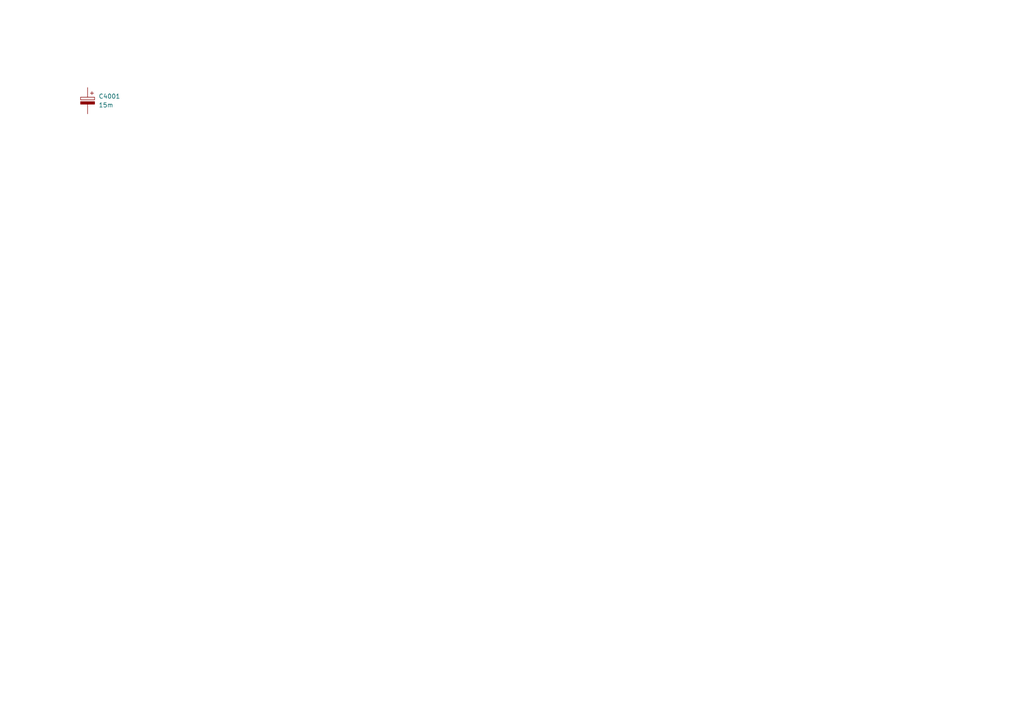
<source format=kicad_sch>
(kicad_sch
	(version 20250114)
	(generator "eeschema")
	(generator_version "9.0")
	(uuid "88bd52fa-6548-438b-a73d-2c573bb43cc3")
	(paper "A4")
	(title_block
		(title "Capacitors")
		(date "2025-02-13")
		(comment 1 "-")
		(comment 2 "-")
	)
	(lib_symbols
		(symbol "lily_symbols:cap_elec_15m_50V_20%_rad_35x52mm_th"
			(pin_numbers
				(hide yes)
			)
			(pin_names
				(offset 0)
				(hide yes)
			)
			(exclude_from_sim no)
			(in_bom yes)
			(on_board yes)
			(property "Reference" "C"
				(at 3.175 -2.54 0)
				(effects
					(font
						(size 1.27 1.27)
					)
					(justify left)
				)
			)
			(property "Value" "15m"
				(at 3.175 -5.08 0)
				(effects
					(font
						(size 1.27 1.27)
					)
					(justify left)
				)
			)
			(property "Footprint" "lily_footprints:cap_elec_rad_35x52mm_th"
				(at 0 -20.32 0)
				(effects
					(font
						(size 1.27 1.27)
					)
					(hide yes)
				)
			)
			(property "Datasheet" "https://lilytronics.github.io/lily_kicad_lib/datasheets/tdk/B41252.pdf"
				(at 0 -33.02 0)
				(effects
					(font
						(size 1.27 1.27)
					)
					(hide yes)
				)
			)
			(property "Description" ""
				(at 0 0 0)
				(effects
					(font
						(size 1.27 1.27)
					)
					(hide yes)
				)
			)
			(property "Revision" "1"
				(at 0 -15.24 0)
				(effects
					(font
						(size 1.27 1.27)
					)
					(hide yes)
				)
			)
			(property "Status" "Active"
				(at 0 -17.78 0)
				(effects
					(font
						(size 1.27 1.27)
					)
					(hide yes)
				)
			)
			(property "Manufacturer" "TDK"
				(at 0 -22.86 0)
				(effects
					(font
						(size 1.27 1.27)
					)
					(hide yes)
				)
			)
			(property "Manufacturer_ID" "B41252A6159M060"
				(at 0 -25.4 0)
				(effects
					(font
						(size 1.27 1.27)
					)
					(hide yes)
				)
			)
			(property "Lily_ID" "NO_ID"
				(at 0 -27.94 0)
				(effects
					(font
						(size 1.27 1.27)
					)
					(hide yes)
				)
			)
			(property "JLCPCB_ID" "NO_ID"
				(at 0 -30.48 0)
				(effects
					(font
						(size 1.27 1.27)
					)
					(hide yes)
				)
			)
			(symbol "cap_elec_15m_50V_20%_rad_35x52mm_th_0_1"
				(rectangle
					(start -2.032 -2.794)
					(end 2.032 -3.556)
					(stroke
						(width 0)
						(type default)
					)
					(fill
						(type none)
					)
				)
			)
			(symbol "cap_elec_15m_50V_20%_rad_35x52mm_th_1_1"
				(rectangle
					(start -2.032 -4.064)
					(end 2.032 -4.826)
					(stroke
						(width 0)
						(type solid)
					)
					(fill
						(type outline)
					)
				)
				(text "+"
					(at 1.27 -1.524 0)
					(effects
						(font
							(size 1.27 1.27)
						)
					)
				)
				(pin passive line
					(at 0 0 270)
					(length 2.794)
					(name "~"
						(effects
							(font
								(size 1.27 1.27)
							)
						)
					)
					(number "1"
						(effects
							(font
								(size 1.27 1.27)
							)
						)
					)
				)
				(pin passive line
					(at 0 -7.62 90)
					(length 2.794)
					(name "~"
						(effects
							(font
								(size 1.27 1.27)
							)
						)
					)
					(number "2"
						(effects
							(font
								(size 1.27 1.27)
							)
						)
					)
				)
			)
			(embedded_fonts no)
		)
	)
	(symbol
		(lib_id "lily_symbols:cap_elec_15m_50V_20%_rad_35x52mm_th")
		(at 25.4 25.4 0)
		(unit 1)
		(exclude_from_sim no)
		(in_bom yes)
		(on_board yes)
		(dnp no)
		(uuid "b7be379a-cbd2-4d19-a768-ceaca1fa7a91")
		(property "Reference" "C4001"
			(at 28.575 27.94 0)
			(effects
				(font
					(size 1.27 1.27)
				)
				(justify left)
			)
		)
		(property "Value" "15m"
			(at 28.575 30.48 0)
			(effects
				(font
					(size 1.27 1.27)
				)
				(justify left)
			)
		)
		(property "Footprint" "lily_footprints:cap_elec_rad_35x52mm_th"
			(at 25.4 45.72 0)
			(effects
				(font
					(size 1.27 1.27)
				)
				(hide yes)
			)
		)
		(property "Datasheet" "https://lilytronics.github.io/lily_kicad_lib/datasheets/tdk/B41252.pdf"
			(at 25.4 58.42 0)
			(effects
				(font
					(size 1.27 1.27)
				)
				(hide yes)
			)
		)
		(property "Description" ""
			(at 25.4 25.4 0)
			(effects
				(font
					(size 1.27 1.27)
				)
				(hide yes)
			)
		)
		(property "Revision" "1"
			(at 25.4 40.64 0)
			(effects
				(font
					(size 1.27 1.27)
				)
				(hide yes)
			)
		)
		(property "Status" "Active"
			(at 25.4 43.18 0)
			(effects
				(font
					(size 1.27 1.27)
				)
				(hide yes)
			)
		)
		(property "Manufacturer" "TDK"
			(at 25.4 48.26 0)
			(effects
				(font
					(size 1.27 1.27)
				)
				(hide yes)
			)
		)
		(property "Manufacturer_ID" "B41252A6159M060"
			(at 25.4 50.8 0)
			(effects
				(font
					(size 1.27 1.27)
				)
				(hide yes)
			)
		)
		(property "Lily_ID" "NO_ID"
			(at 25.4 53.34 0)
			(effects
				(font
					(size 1.27 1.27)
				)
				(hide yes)
			)
		)
		(property "JLCPCB_ID" "NO_ID"
			(at 25.4 55.88 0)
			(effects
				(font
					(size 1.27 1.27)
				)
				(hide yes)
			)
		)
		(pin "2"
			(uuid "ef2266bd-41c0-4218-8735-9421726ea34e")
		)
		(pin "1"
			(uuid "35adf67f-e7c5-41dd-831c-8bd62cf7dc7a")
		)
		(instances
			(project ""
				(path "/e63e39d7-6ac0-4ffd-8aa3-1841a4541b55/6f105ba9-2a11-4b51-b85a-72617365978d"
					(reference "C4001")
					(unit 1)
				)
			)
		)
	)
)

</source>
